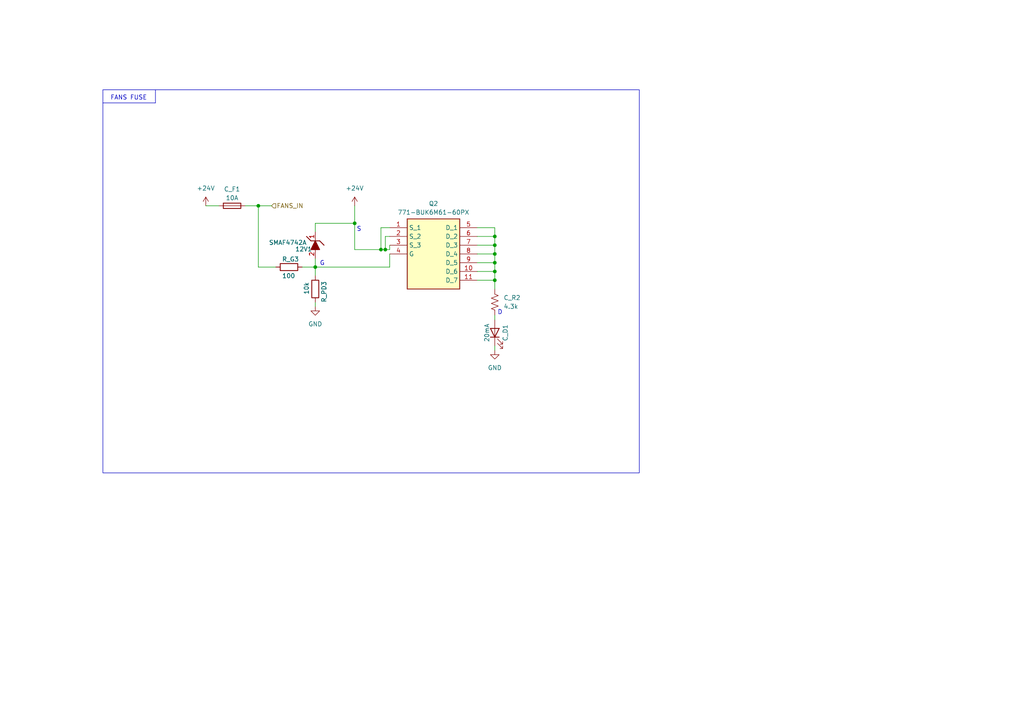
<source format=kicad_sch>
(kicad_sch (version 20250114) (generator "eeschema") (generator_version "9.0")
  (paper "A4")
  (lib_symbols
    (symbol "Device:Fuse" (pin_numbers (hide yes)) (pin_names (offset 0))
      (property "Reference" "F" (at 2.032 0 90))
      (property "Value" "Fuse" (at -1.905 0 90))
      (symbol "Fuse_0_1"
        (rectangle (start -0.762 -2.54) (end 0.762 2.54) (stroke (width 0.254)))
        (polyline (pts (xy 0 2.54) (xy 0 -2.54)))
      )
      (symbol "Fuse_1_1"
        (pin passive line (at 0 3.81 270) (length 1.27) (name "~") (number "1"))
        (pin passive line (at 0 -3.81 90) (length 1.27) (name "~") (number "2"))
      )
    )
    (symbol "Device:LED" (pin_numbers (hide yes)) (pin_names (offset 1.016) (hide yes))
      (property "Reference" "D" (at 0 2.54 0))
      (property "Value" "LED" (at 0 -2.54 0))
      (symbol "LED_0_1"
        (polyline (pts (xy -3.048 -0.762) (xy -4.572 -2.286) (xy -3.81 -2.286) (xy -4.572 -2.286) (xy -4.572 -1.524)))
        (polyline (pts (xy -1.778 -0.762) (xy -3.302 -2.286) (xy -2.54 -2.286) (xy -3.302 -2.286) (xy -3.302 -1.524)))
        (polyline (pts (xy -1.27 0) (xy 1.27 0)))
        (polyline (pts (xy -1.27 -1.27) (xy -1.27 1.27)) (stroke (width 0.254)))
        (polyline (pts (xy 1.27 -1.27) (xy 1.27 1.27) (xy -1.27 0) (xy 1.27 -1.27)) (stroke (width 0.254)))
      )
      (symbol "LED_1_1"
        (pin passive line (at -3.81 0 0) (length 2.54) (name "K") (number "1"))
        (pin passive line (at 3.81 0 180) (length 2.54) (name "A") (number "2"))
      )
    )
    (symbol "Device:R" (pin_numbers (hide yes)) (pin_names (offset 0))
      (property "Reference" "R" (at 2.032 0 90))
      (property "Value" "R" (at 0 0 90))
      (symbol "R_0_1"
        (rectangle (start -1.016 -2.54) (end 1.016 2.54) (stroke (width 0.254)))
      )
      (symbol "R_1_1"
        (pin passive line (at 0 3.81 270) (length 1.27) (name "~") (number "1"))
        (pin passive line (at 0 -3.81 90) (length 1.27) (name "~") (number "2"))
      )
    )
    (symbol "Device:R_US" (pin_numbers (hide yes)) (pin_names (offset 0))
      (property "Reference" "R" (at 2.54 0 90))
      (property "Value" "R_US" (at -2.54 0 90))
      (symbol "R_US_0_1"
        (polyline (pts (xy 0 2.286) (xy 0 2.54)))
        (polyline (pts (xy 0 2.286) (xy 1.016 1.905) (xy 0 1.524) (xy -1.016 1.143) (xy 0 0.762)))
        (polyline (pts (xy 0 0.762) (xy 1.016 0.381) (xy 0 0) (xy -1.016 -0.381) (xy 0 -0.762)))
        (polyline (pts (xy 0 -0.762) (xy 1.016 -1.143) (xy 0 -1.524) (xy -1.016 -1.905) (xy 0 -2.286)))
        (polyline (pts (xy 0 -2.286) (xy 0 -2.54)))
      )
      (symbol "R_US_1_1"
        (pin passive line (at 0 3.81 270) (length 1.27) (name "~") (number "1"))
        (pin passive line (at 0 -3.81 90) (length 1.27) (name "~") (number "2"))
      )
    )
    (symbol "UTSVT_Power:PSMN8R5-40MSDX"
      (property "Reference" "Q" (at 21.59 7.62 0))
      (property "Value" "PSMN8R5-40MSDX" (at 21.59 5.08 0))
      (symbol "PSMN8R5-40MSDX_1_1"
        (rectangle (start 5.08 2.54) (end 20.32 -17.78) (stroke (width 0.254)) (fill (type background)))
        (pin passive line (at 0 0 0) (length 5.08) (name "S_1") (number "1"))
        (pin passive line (at 0 -2.54 0) (length 5.08) (name "S_2") (number "2"))
        (pin passive line (at 0 -5.08 0) (length 5.08) (name "S_3") (number "3"))
        (pin passive line (at 0 -7.62 0) (length 5.08) (name "G") (number "4"))
        (pin passive line (at 25.4 0 180) (length 5.08) (name "D_1") (number "5"))
        (pin passive line (at 25.4 -2.54 180) (length 5.08) (name "D_2") (number "6"))
        (pin passive line (at 25.4 -5.08 180) (length 5.08) (name "D_3") (number "7"))
        (pin passive line (at 25.4 -7.62 180) (length 5.08) (name "D_4") (number "8"))
        (pin passive line (at 25.4 -10.16 180) (length 5.08) (name "D_5") (number "9"))
        (pin passive line (at 25.4 -12.7 180) (length 5.08) (name "D_6") (number "10"))
        (pin passive line (at 25.4 -15.24 180) (length 5.08) (name "D_7") (number "11"))
      )
    )
    (symbol "UTSVT_Power:SMAF4749A-TP" (pin_names (hide yes))
      (property "Reference" "Z" (at 10.16 8.89 0))
      (property "Value" "SMAF4749A-TP" (at 10.16 6.35 0))
      (symbol "SMAF4749A-TP_1_1"
        (polyline (pts (xy 3.81 -2.54) (xy 5.08 -1.27)) (stroke (width 0.254)))
        (polyline (pts (xy 5.08 1.27) (xy 5.08 -1.27)) (stroke (width 0.254)))
        (polyline (pts (xy 5.08 1.27) (xy 6.35 2.54)) (stroke (width 0.254)))
        (polyline (pts (xy 5.08 0) (xy 7.62 1.27) (xy 7.62 -1.27) (xy 5.08 0)) (stroke (width 0.254)) (fill (type outline)))
        (pin passive line (at 2.54 0 0) (length 2.54) (name "K") (number "1"))
        (pin passive line (at 10.16 0 180) (length 2.54) (name "A") (number "2"))
      )
    )
    (symbol "power:+24V" (power) (pin_numbers (hide yes)) (pin_names (offset 0) (hide yes))
      (property "Value" "+24V" (at 0 3.556 0))
      (symbol "+24V_0_1"
        (polyline (pts (xy -0.762 1.27) (xy 0 2.54)))
        (polyline (pts (xy 0 2.54) (xy 0.762 1.27)))
        (polyline (pts (xy 0 0) (xy 0 2.54)))
      )
      (symbol "+24V_1_1"
        (pin power_in line (at 0 0 90) (length 0) (name "~") (number "1"))
      )
    )
    (symbol "power:GND" (power) (pin_numbers (hide yes)) (pin_names (offset 0) (hide yes))
      (property "Value" "GND" (at 0 -3.81 0))
      (symbol "GND_0_1"
        (polyline (pts (xy 0 0) (xy 0 -1.27) (xy 1.27 -1.27) (xy 0 -2.54) (xy -1.27 -1.27) (xy 0 -1.27)))
      )
      (symbol "GND_1_1"
        (pin power_in line (at 0 0 270) (length 0) (name "~") (number "1"))
      )
    )
  )
  (rectangle (start 29.845 26.035) (end 185.42 137.16))
  (text "S" (at 104.14 66.548 0) (effects (font (size 1.27 1.27))))
  (text "D" (at 145.034 90.678 0) (effects (font (size 1.27 1.27))))
  (text "FANS FUSE" (at 37.338 28.448 0) (effects (font (size 1.27 1.27))))
  (text "G" (at 93.472 76.454 0) (effects (font (size 1.27 1.27))))
  (junction (at 74.93 59.69))
  (junction (at 110.49 72.39))
  (junction (at 102.87 64.77))
  (junction (at 143.51 71.12))
  (junction (at 143.51 76.2))
  (junction (at 91.44 77.47))
  (junction (at 143.51 73.66))
  (junction (at 143.51 81.28))
  (junction (at 143.51 68.58))
  (junction (at 111.76 72.39))
  (junction (at 143.51 78.74))
  (wire (pts (xy 143.51 73.66) (xy 143.51 76.2)))
  (wire (pts (xy 102.87 64.77) (xy 102.87 72.39)))
  (wire (pts (xy 74.93 77.47) (xy 80.01 77.47)))
  (wire (pts (xy 138.43 68.58) (xy 143.51 68.58)))
  (wire (pts (xy 143.51 91.44) (xy 143.51 92.71)))
  (wire (pts (xy 91.44 87.63) (xy 91.44 88.9)))
  (wire (pts (xy 143.51 76.2) (xy 143.51 78.74)))
  (wire (pts (xy 102.87 59.69) (xy 102.87 64.77)))
  (wire (pts (xy 110.49 72.39) (xy 110.49 66.04)))
  (wire (pts (xy 87.63 77.47) (xy 91.44 77.47)))
  (wire (pts (xy 110.49 66.04) (xy 113.03 66.04)))
  (wire (pts (xy 91.44 74.93) (xy 91.44 77.47)))
  (wire (pts (xy 138.43 81.28) (xy 143.51 81.28)))
  (polyline (pts (xy 45.085 26.035) (xy 45.085 29.845)))
  (wire (pts (xy 111.76 72.39) (xy 111.76 68.58)))
  (wire (pts (xy 138.43 71.12) (xy 143.51 71.12)))
  (wire (pts (xy 113.03 71.12) (xy 113.03 72.39)))
  (wire (pts (xy 91.44 64.77) (xy 102.87 64.77)))
  (wire (pts (xy 143.51 78.74) (xy 143.51 81.28)))
  (wire (pts (xy 138.43 73.66) (xy 143.51 73.66)))
  (wire (pts (xy 74.93 59.69) (xy 74.93 77.47)))
  (wire (pts (xy 110.49 72.39) (xy 111.76 72.39)))
  (polyline (pts (xy 29.845 29.845) (xy 45.085 29.845)))
  (wire (pts (xy 71.12 59.69) (xy 74.93 59.69)))
  (wire (pts (xy 138.43 76.2) (xy 143.51 76.2)))
  (wire (pts (xy 111.76 68.58) (xy 113.03 68.58)))
  (wire (pts (xy 138.43 78.74) (xy 143.51 78.74)))
  (wire (pts (xy 111.76 72.39) (xy 113.03 72.39)))
  (wire (pts (xy 91.44 80.01) (xy 91.44 77.47)))
  (wire (pts (xy 91.44 77.47) (xy 113.03 77.47)))
  (wire (pts (xy 143.51 66.04) (xy 143.51 68.58)))
  (wire (pts (xy 143.51 81.28) (xy 143.51 83.82)))
  (wire (pts (xy 113.03 77.47) (xy 113.03 73.66)))
  (wire (pts (xy 102.87 72.39) (xy 110.49 72.39)))
  (wire (pts (xy 91.44 64.77) (xy 91.44 67.31)))
  (wire (pts (xy 143.51 68.58) (xy 143.51 71.12)))
  (wire (pts (xy 143.51 66.04) (xy 138.43 66.04)))
  (wire (pts (xy 143.51 71.12) (xy 143.51 73.66)))
  (wire (pts (xy 74.93 59.69) (xy 78.74 59.69)))
  (wire (pts (xy 59.69 59.69) (xy 63.5 59.69)))
  (wire (pts (xy 143.51 100.33) (xy 143.51 101.6)))
  (hierarchical_label "FANS_IN" (shape input) (at 78.74 59.69 0))
  (symbol (lib_id "power:+24V") (at 102.87 59.69 0) (unit 1)
    (property "Reference" "#PWR011" (effects (hide yes)))
    (property "Value" "+24V" (at 102.87 54.61 0))
    (property "Description" "Power symbol creates a global label with name \"+24V\"" (effects (hide yes)))
  )
  (symbol (lib_id "Device:R") (at 91.44 83.82 180) (unit 1)
    (property "Reference" "R_PD3" (at 93.98 81.534 90) (effects (justify left)))
    (property "Value" "10k" (at 88.9 81.788 90) (effects (justify left)))
    (property "Footprint" "Resistor_SMD:R_0603_1608Metric_Pad0.98x0.95mm_HandSolder" (effects (hide yes)))
    (property "Description" "Resistor" (effects (hide yes)))
    (property "Manufacturer_Part_Number" "CRCW060310K0FKEI " (effects (hide yes)))
  )
  (symbol (lib_id "Device:LED") (at 143.51 96.52 90) (unit 1)
    (property "Reference" "C_D1" (at 146.558 96.52 0))
    (property "Value" "20mA" (at 141.224 96.52 0))
    (property "Footprint" "LED_SMD:LED_0805_2012Metric" (effects (hide yes)))
    (property "Description" "Light emitting diode" (effects (hide yes)))
  )
  (symbol (lib_id "power:GND") (at 91.44 88.9 0) (unit 1)
    (property "Reference" "#PWR04" (effects (hide yes)))
    (property "Value" "GND" (at 91.44 93.98 0))
    (property "Description" "Power symbol creates a global label with name \"GND\" , ground" (effects (hide yes)))
  )
  (symbol (lib_id "Device:R_US") (at 143.51 87.63 0) (unit 1)
    (property "Reference" "C_R2" (at 146.05 86.3599 0) (effects (justify left)))
    (property "Value" "4.3k" (at 146.05 88.8999 0) (effects (justify left)))
    (property "Footprint" "Resistor_SMD:R_0805_2012Metric" (effects (hide yes)))
    (property "Description" "Resistor, US symbol" (effects (hide yes)))
    (property "Manufacturer_Part_Number" "CRCW06034K30FKEA" (effects (hide yes)))
  )
  (symbol (lib_id "power:GND") (at 143.51 101.6 0) (unit 1)
    (property "Reference" "#PWR013" (effects (hide yes)))
    (property "Value" "GND" (at 143.51 106.68 0))
    (property "Description" "Power symbol creates a global label with name \"GND\" , ground" (effects (hide yes)))
  )
  (symbol (lib_id "Device:Fuse") (at 67.31 59.69 90) (unit 1) (in_bom no)
    (property "Reference" "C_F1" (at 67.31 54.864 90))
    (property "Value" "10A" (at 67.31 57.404 90))
    (property "Footprint" "Fuse:FUSE_3568" (effects (hide yes)))
    (property "Description" "Fuse" (effects (hide yes)))
    (property "Mouser Part Number" "534-3568" (effects (hide yes)))
  )
  (symbol (lib_id "UTSVT_Power:PSMN8R5-40MSDX") (at 113.03 66.04 0) (unit 1)
    (property "Reference" "Q2" (at 125.73 59.055 0))
    (property "Value" "771-BUK6M61-60PX" (at 125.73 61.595 0))
    (property "Footprint" "UTSVT_Passives:BUK9M34100EX" (effects (hide yes)))
    (property "Datasheet" "https://www.mouser.com/ProductDetail/Nexperia/BUK6M61-60PX?qs=olJun0bQHM81LdZ7v5%252BDQQ%3D%3D&srsltid=AfmBOoq3fENficZeHwPsYPzVpNPJVRJ7828S54IrZ1gjzCZoGfPiKI1D" (effects (hide yes)))
    (property "Description" "MOSFETs PSMN8R5-40MSD/SOT1210/mLFPAK" (effects (hide yes)))
    (property "Height" "1" (effects (hide yes)))
    (property "Mouser Part Number" "771-BUK6M61-60PX" (effects (hide yes)))
    (property "Mouser Price/Stock" "https://www.mouser.co.uk/ProductDetail/Nexperia/PSMN8R5-40MSDX?qs=vHuUswq2%252BswjdnYdBdHaPw%3D%3D" (effects (hide yes)))
    (property "Manufacturer_Name" "Nexperia" (effects (hide yes)))
    (property "Manufacturer_Part_Number" "PSMN8R5-40MSDX" (effects (hide yes)))
  )
  (symbol (lib_id "power:+24V") (at 59.69 59.69 0) (unit 1)
    (property "Reference" "#PWR03" (effects (hide yes)))
    (property "Value" "+24V" (at 59.69 54.61 0))
    (property "Description" "Power symbol creates a global label with name \"+24V\"" (effects (hide yes)))
  )
  (symbol (lib_id "Device:R") (at 83.82 77.47 270) (unit 1)
    (property "Reference" "R_G3" (at 81.788 75.184 90) (effects (justify left)))
    (property "Value" "100" (at 81.788 80.01 90) (effects (justify left)))
    (property "Footprint" "Resistor_SMD:R_0603_1608Metric_Pad0.98x0.95mm_HandSolder" (effects (hide yes)))
    (property "Description" "Resistor" (effects (hide yes)))
    (property "Manufacturer_Part_Number" "CRCW0603120RFKEC " (effects (hide yes)))
  )
  (symbol (lib_id "UTSVT_Power:SMAF4749A-TP") (at 91.44 64.77 270) (unit 1)
    (property "Reference" "12V1" (at 85.598 72.263 90) (effects (justify left)))
    (property "Value" "SMAF4742A" (at 77.978 70.358 90) (effects (justify left)))
    (property "Footprint" "UTSVT_Passives:SODFL5026X125N" (effects (hide yes)))
    (property "Datasheet" "https://www.mccsemi.com/pdf/Products/SMAF4735A_SMAF4764A(DO-221AC).pdf" (effects (hide yes)))
    (property "Description" "1.0 Watt Zener Diodes 6.2V to 100V" (effects (hide yes)))
    (property "Height" "1.25" (effects (hide yes)))
    (property "Mouser Part Number" "833-SMAF4749A-TP" (effects (hide yes)))
    (property "Mouser Price/Stock" "https://www.mouser.co.uk/ProductDetail/Micro-Commercial-Components-MCC/SMAF4749A-TP?qs=%252BXxaIXUDbq1bdSZ3Ebik%2FA%3D%3D" (effects (hide yes)))
    (property "Manufacturer_Name" "MCC" (effects (hide yes)))
    (property "Manufacturer_Part_Number" "SMAF4749A-TP" (effects (hide yes)))
  )
)
</source>
